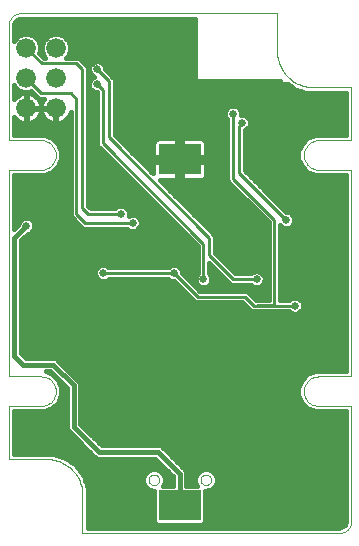
<source format=gbl>
G75*
G70*
%OFA0B0*%
%FSLAX24Y24*%
%IPPOS*%
%LPD*%
%AMOC8*
5,1,8,0,0,1.08239X$1,22.5*
%
%ADD10C,0.0000*%
%ADD11C,0.0660*%
%ADD12R,0.1417X0.1024*%
%ADD13C,0.0250*%
%ADD14C,0.0160*%
%ADD15C,0.0100*%
D10*
X002428Y003348D02*
X003708Y003348D01*
X003774Y003346D01*
X003840Y003341D01*
X003906Y003331D01*
X003971Y003318D01*
X004035Y003302D01*
X004098Y003282D01*
X004160Y003258D01*
X004220Y003231D01*
X004279Y003201D01*
X004336Y003167D01*
X004391Y003130D01*
X004444Y003090D01*
X004495Y003048D01*
X004543Y003002D01*
X004589Y002954D01*
X004631Y002903D01*
X004671Y002850D01*
X004708Y002795D01*
X004742Y002738D01*
X004772Y002679D01*
X004799Y002619D01*
X004823Y002557D01*
X004843Y002494D01*
X004859Y002430D01*
X004872Y002365D01*
X004882Y002299D01*
X004887Y002233D01*
X004889Y002167D01*
X004889Y000888D01*
X013452Y000888D01*
X013452Y000887D02*
X013491Y000889D01*
X013529Y000895D01*
X013566Y000904D01*
X013603Y000917D01*
X013638Y000934D01*
X013671Y000953D01*
X013702Y000976D01*
X013731Y001002D01*
X013757Y001031D01*
X013780Y001062D01*
X013799Y001095D01*
X013816Y001130D01*
X013829Y001167D01*
X013838Y001204D01*
X013844Y001242D01*
X013846Y001281D01*
X013845Y001281D02*
X013845Y005120D01*
X012763Y005120D01*
X012720Y005122D01*
X012678Y005127D01*
X012636Y005137D01*
X012595Y005150D01*
X012555Y005166D01*
X012517Y005186D01*
X012481Y005209D01*
X012447Y005235D01*
X012415Y005264D01*
X012386Y005296D01*
X012360Y005330D01*
X012337Y005366D01*
X012317Y005404D01*
X012301Y005444D01*
X012288Y005485D01*
X012278Y005527D01*
X012273Y005569D01*
X012271Y005612D01*
X012273Y005655D01*
X012278Y005697D01*
X012288Y005739D01*
X012301Y005780D01*
X012317Y005820D01*
X012337Y005858D01*
X012360Y005894D01*
X012386Y005928D01*
X012415Y005960D01*
X012447Y005989D01*
X012481Y006015D01*
X012517Y006038D01*
X012555Y006058D01*
X012595Y006074D01*
X012636Y006087D01*
X012678Y006097D01*
X012720Y006102D01*
X012763Y006104D01*
X013845Y006104D01*
X013845Y012994D01*
X012763Y012994D01*
X012720Y012996D01*
X012678Y013001D01*
X012636Y013011D01*
X012595Y013024D01*
X012555Y013040D01*
X012517Y013060D01*
X012481Y013083D01*
X012447Y013109D01*
X012415Y013138D01*
X012386Y013170D01*
X012360Y013204D01*
X012337Y013240D01*
X012317Y013278D01*
X012301Y013318D01*
X012288Y013359D01*
X012278Y013401D01*
X012273Y013443D01*
X012271Y013486D01*
X012273Y013529D01*
X012278Y013571D01*
X012288Y013613D01*
X012301Y013654D01*
X012317Y013694D01*
X012337Y013732D01*
X012360Y013768D01*
X012386Y013802D01*
X012415Y013834D01*
X012447Y013863D01*
X012481Y013889D01*
X012517Y013912D01*
X012555Y013932D01*
X012595Y013948D01*
X012636Y013961D01*
X012678Y013971D01*
X012720Y013976D01*
X012763Y013978D01*
X013845Y013978D01*
X013845Y015750D01*
X012566Y015750D01*
X012500Y015752D01*
X012434Y015757D01*
X012368Y015767D01*
X012303Y015780D01*
X012239Y015796D01*
X012176Y015816D01*
X012114Y015840D01*
X012054Y015867D01*
X011995Y015897D01*
X011938Y015931D01*
X011883Y015968D01*
X011830Y016008D01*
X011779Y016050D01*
X011731Y016096D01*
X011685Y016144D01*
X011643Y016195D01*
X011603Y016248D01*
X011566Y016303D01*
X011532Y016360D01*
X011502Y016419D01*
X011475Y016479D01*
X011451Y016541D01*
X011431Y016604D01*
X011415Y016668D01*
X011402Y016733D01*
X011392Y016799D01*
X011387Y016865D01*
X011385Y016931D01*
X011385Y018210D01*
X002822Y018210D01*
X002822Y018211D02*
X002783Y018209D01*
X002745Y018203D01*
X002708Y018194D01*
X002671Y018181D01*
X002636Y018164D01*
X002603Y018145D01*
X002572Y018122D01*
X002543Y018096D01*
X002517Y018067D01*
X002494Y018036D01*
X002475Y018003D01*
X002458Y017968D01*
X002445Y017931D01*
X002436Y017894D01*
X002430Y017856D01*
X002428Y017817D01*
X002428Y013978D01*
X003511Y013978D01*
X003554Y013976D01*
X003596Y013971D01*
X003638Y013961D01*
X003679Y013948D01*
X003719Y013932D01*
X003757Y013912D01*
X003793Y013889D01*
X003827Y013863D01*
X003859Y013834D01*
X003888Y013802D01*
X003914Y013768D01*
X003937Y013732D01*
X003957Y013694D01*
X003973Y013654D01*
X003986Y013613D01*
X003996Y013571D01*
X004001Y013529D01*
X004003Y013486D01*
X004001Y013443D01*
X003996Y013401D01*
X003986Y013359D01*
X003973Y013318D01*
X003957Y013278D01*
X003937Y013240D01*
X003914Y013204D01*
X003888Y013170D01*
X003859Y013138D01*
X003827Y013109D01*
X003793Y013083D01*
X003757Y013060D01*
X003719Y013040D01*
X003679Y013024D01*
X003638Y013011D01*
X003596Y013001D01*
X003554Y012996D01*
X003511Y012994D01*
X002428Y012994D01*
X002428Y006104D01*
X003511Y006104D01*
X003554Y006102D01*
X003596Y006097D01*
X003638Y006087D01*
X003679Y006074D01*
X003719Y006058D01*
X003757Y006038D01*
X003793Y006015D01*
X003827Y005989D01*
X003859Y005960D01*
X003888Y005928D01*
X003914Y005894D01*
X003937Y005858D01*
X003957Y005820D01*
X003973Y005780D01*
X003986Y005739D01*
X003996Y005697D01*
X004001Y005655D01*
X004003Y005612D01*
X004001Y005569D01*
X003996Y005527D01*
X003986Y005485D01*
X003973Y005444D01*
X003957Y005404D01*
X003937Y005366D01*
X003914Y005330D01*
X003888Y005296D01*
X003859Y005264D01*
X003827Y005235D01*
X003793Y005209D01*
X003757Y005186D01*
X003719Y005166D01*
X003679Y005150D01*
X003638Y005137D01*
X003596Y005127D01*
X003554Y005122D01*
X003511Y005120D01*
X002428Y005120D01*
X002428Y003348D01*
X007094Y002659D02*
X007096Y002685D01*
X007102Y002711D01*
X007112Y002736D01*
X007125Y002759D01*
X007141Y002779D01*
X007161Y002797D01*
X007183Y002812D01*
X007206Y002824D01*
X007232Y002832D01*
X007258Y002836D01*
X007284Y002836D01*
X007310Y002832D01*
X007336Y002824D01*
X007360Y002812D01*
X007381Y002797D01*
X007401Y002779D01*
X007417Y002759D01*
X007430Y002736D01*
X007440Y002711D01*
X007446Y002685D01*
X007448Y002659D01*
X007446Y002633D01*
X007440Y002607D01*
X007430Y002582D01*
X007417Y002559D01*
X007401Y002539D01*
X007381Y002521D01*
X007359Y002506D01*
X007336Y002494D01*
X007310Y002486D01*
X007284Y002482D01*
X007258Y002482D01*
X007232Y002486D01*
X007206Y002494D01*
X007182Y002506D01*
X007161Y002521D01*
X007141Y002539D01*
X007125Y002559D01*
X007112Y002582D01*
X007102Y002607D01*
X007096Y002633D01*
X007094Y002659D01*
X008826Y002659D02*
X008828Y002685D01*
X008834Y002711D01*
X008844Y002736D01*
X008857Y002759D01*
X008873Y002779D01*
X008893Y002797D01*
X008915Y002812D01*
X008938Y002824D01*
X008964Y002832D01*
X008990Y002836D01*
X009016Y002836D01*
X009042Y002832D01*
X009068Y002824D01*
X009092Y002812D01*
X009113Y002797D01*
X009133Y002779D01*
X009149Y002759D01*
X009162Y002736D01*
X009172Y002711D01*
X009178Y002685D01*
X009180Y002659D01*
X009178Y002633D01*
X009172Y002607D01*
X009162Y002582D01*
X009149Y002559D01*
X009133Y002539D01*
X009113Y002521D01*
X009091Y002506D01*
X009068Y002494D01*
X009042Y002486D01*
X009016Y002482D01*
X008990Y002482D01*
X008964Y002486D01*
X008938Y002494D01*
X008914Y002506D01*
X008893Y002521D01*
X008873Y002539D01*
X008857Y002559D01*
X008844Y002582D01*
X008834Y002607D01*
X008828Y002633D01*
X008826Y002659D01*
D11*
X004003Y015045D03*
X004003Y016045D03*
X004003Y017045D03*
X003019Y017045D03*
X003019Y016045D03*
X003019Y015045D03*
D12*
X008137Y013348D03*
X008137Y001813D03*
D13*
X009515Y002856D03*
X009908Y002856D03*
X010302Y002856D03*
X010302Y004825D03*
X009908Y004825D03*
X009515Y004825D03*
X011975Y006990D03*
X011975Y008466D03*
X010696Y009352D03*
X010893Y011124D03*
X011680Y011321D03*
X011975Y011911D03*
X011975Y012305D03*
X011975Y012699D03*
X011975Y013092D03*
X011975Y013486D03*
X011975Y013880D03*
X011975Y014273D03*
X011975Y014667D03*
X011975Y015061D03*
X011975Y015454D03*
X013058Y015356D03*
X013452Y015356D03*
X013452Y014962D03*
X013452Y014273D03*
X013452Y012699D03*
X013452Y009549D03*
X013452Y006399D03*
X013452Y004825D03*
X013452Y002069D03*
X013452Y001675D03*
X013452Y001281D03*
X013058Y001281D03*
X013058Y001675D03*
X012664Y001281D03*
X006759Y002856D03*
X006365Y002856D03*
X005971Y002856D03*
X005282Y001675D03*
X005282Y001281D03*
X005676Y001281D03*
X003215Y003742D03*
X002822Y003742D03*
X002822Y004136D03*
X002822Y004825D03*
X004200Y006596D03*
X003215Y006793D03*
X004889Y008565D03*
X005578Y009549D03*
X006168Y008565D03*
X007349Y010139D03*
X007940Y009549D03*
X007546Y009254D03*
X008924Y009352D03*
X009121Y011911D03*
X010204Y014569D03*
X009908Y014864D03*
X009712Y015454D03*
X009712Y015848D03*
X010105Y015848D03*
X010105Y015454D03*
X009318Y015454D03*
X009318Y015848D03*
X008924Y015848D03*
X008924Y015454D03*
X008530Y015454D03*
X008137Y015454D03*
X008137Y015848D03*
X008530Y015848D03*
X008530Y016242D03*
X008137Y016242D03*
X008137Y016636D03*
X008137Y017029D03*
X008530Y017029D03*
X008530Y016636D03*
X008530Y017423D03*
X008137Y017423D03*
X008137Y017817D03*
X008530Y017817D03*
X007743Y017817D03*
X007349Y017817D03*
X005381Y016340D03*
X005381Y015848D03*
X004790Y017817D03*
X004397Y017817D03*
X003215Y017817D03*
X002822Y017817D03*
X002822Y014273D03*
X002822Y012699D03*
X003019Y011124D03*
X004200Y010730D03*
X003019Y009352D03*
X005184Y012895D03*
X006168Y011517D03*
X006562Y011222D03*
X007152Y011911D03*
X007152Y013486D03*
X006759Y004825D03*
X006365Y004825D03*
X005971Y004825D03*
D14*
X005283Y004052D02*
X013665Y004052D01*
X013665Y003894D02*
X005441Y003894D01*
X005531Y003804D02*
X004813Y004522D01*
X004813Y005900D01*
X004124Y006589D01*
X003996Y006718D01*
X003011Y006718D01*
X002845Y006884D01*
X002845Y010639D01*
X003065Y010859D01*
X003071Y010859D01*
X003169Y010899D01*
X003243Y010974D01*
X003284Y011071D01*
X003284Y011176D01*
X003243Y011274D01*
X003169Y011348D01*
X003071Y011389D01*
X002966Y011389D01*
X002869Y011348D01*
X002794Y011274D01*
X002754Y011176D01*
X002754Y011170D01*
X002608Y011024D01*
X002608Y012814D01*
X003644Y012814D01*
X003891Y012916D01*
X003891Y012916D01*
X004081Y013105D01*
X004183Y013352D01*
X004183Y013620D01*
X004081Y013867D01*
X003891Y014056D01*
X003644Y014158D01*
X002608Y014158D01*
X002608Y014742D01*
X002630Y014713D01*
X002686Y014656D01*
X002751Y014609D01*
X002823Y014572D01*
X002899Y014548D01*
X002978Y014535D01*
X003000Y014535D01*
X003000Y015027D01*
X003037Y015027D01*
X003037Y015063D01*
X003493Y015063D01*
X003984Y015063D01*
X003984Y015027D01*
X003037Y015027D01*
X003037Y014535D01*
X003059Y014535D01*
X003138Y014548D01*
X003214Y014572D01*
X003286Y014609D01*
X003351Y014656D01*
X003408Y014713D01*
X003455Y014778D01*
X003491Y014849D01*
X003511Y014909D01*
X003530Y014849D01*
X003567Y014778D01*
X003614Y014713D01*
X003671Y014656D01*
X003736Y014609D01*
X003807Y014572D01*
X003883Y014548D01*
X003963Y014535D01*
X003984Y014535D01*
X003984Y015027D01*
X004021Y015027D01*
X004021Y014535D01*
X004043Y014535D01*
X004122Y014548D01*
X004199Y014572D01*
X004270Y014609D01*
X004335Y014656D01*
X004392Y014713D01*
X004439Y014778D01*
X004476Y014849D01*
X004500Y014926D01*
X004502Y014935D01*
X004502Y011439D01*
X004613Y011327D01*
X004908Y011032D01*
X006377Y011032D01*
X006412Y010998D01*
X006509Y010957D01*
X006615Y010957D01*
X006712Y010998D01*
X006787Y011072D01*
X006827Y011169D01*
X006827Y011275D01*
X006787Y011372D01*
X006712Y011447D01*
X006615Y011487D01*
X006509Y011487D01*
X006429Y011454D01*
X006433Y011465D01*
X006433Y011570D01*
X006393Y011668D01*
X006318Y011742D01*
X006221Y011782D01*
X006116Y011782D01*
X006018Y011742D01*
X005983Y011707D01*
X005164Y011707D01*
X005079Y011793D01*
X005079Y016419D01*
X004882Y016616D01*
X004771Y016727D01*
X004350Y016727D01*
X004401Y016779D01*
X004473Y016952D01*
X004473Y017139D01*
X004401Y017311D01*
X004269Y017443D01*
X004096Y017515D01*
X003909Y017515D01*
X003737Y017443D01*
X003604Y017311D01*
X003533Y017139D01*
X003533Y016952D01*
X003604Y016779D01*
X003656Y016727D01*
X003605Y016727D01*
X003457Y016875D01*
X003489Y016952D01*
X003489Y017139D01*
X003417Y017311D01*
X003285Y017443D01*
X003112Y017515D01*
X002925Y017515D01*
X002752Y017443D01*
X002620Y017311D01*
X002608Y017282D01*
X002608Y017817D01*
X002612Y017858D01*
X002644Y017935D01*
X002703Y017994D01*
X002780Y018026D01*
X002822Y018030D01*
X008647Y018030D01*
X008647Y016012D01*
X008694Y015965D01*
X011483Y015965D01*
X011483Y015848D01*
X011740Y015848D01*
X011940Y015703D01*
X011940Y015703D01*
X012350Y015570D01*
X013665Y015570D01*
X013665Y014158D01*
X012629Y014158D01*
X012382Y014056D01*
X012193Y013867D01*
X012193Y013867D01*
X012091Y013620D01*
X012091Y013352D01*
X012193Y013105D01*
X012382Y012916D01*
X012629Y012814D01*
X013665Y012814D01*
X013665Y006284D01*
X012629Y006284D01*
X012382Y006182D01*
X012193Y005993D01*
X012193Y005993D01*
X012091Y005746D01*
X012091Y005478D01*
X012193Y005231D01*
X012382Y005042D01*
X012629Y004940D01*
X013665Y004940D01*
X013665Y001281D01*
X013661Y001240D01*
X013629Y001163D01*
X013570Y001104D01*
X013493Y001072D01*
X013452Y001068D01*
X005069Y001068D01*
X005069Y002383D01*
X004935Y002793D01*
X004682Y003141D01*
X004682Y003141D01*
X004333Y003395D01*
X003923Y003528D01*
X002608Y003528D01*
X002608Y004940D01*
X003644Y004940D01*
X003891Y005042D01*
X003891Y005042D01*
X004081Y005231D01*
X004183Y005478D01*
X004183Y005746D01*
X004081Y005993D01*
X003891Y006182D01*
X003660Y006278D01*
X003813Y006278D01*
X004373Y005718D01*
X004373Y004340D01*
X004502Y004211D01*
X002608Y004211D01*
X002608Y004369D02*
X004373Y004369D01*
X004373Y004528D02*
X002608Y004528D01*
X002608Y004686D02*
X004373Y004686D01*
X004373Y004845D02*
X002608Y004845D01*
X002608Y004052D02*
X004661Y004052D01*
X004819Y003894D02*
X002608Y003894D01*
X002608Y003735D02*
X004978Y003735D01*
X005136Y003577D02*
X002608Y003577D01*
X003798Y005003D02*
X004373Y005003D01*
X004373Y005162D02*
X004011Y005162D01*
X004081Y005231D02*
X004081Y005231D01*
X004081Y005231D01*
X004118Y005320D02*
X004373Y005320D01*
X004373Y005479D02*
X004183Y005479D01*
X004183Y005637D02*
X004373Y005637D01*
X004295Y005796D02*
X004162Y005796D01*
X004137Y005954D02*
X004096Y005954D01*
X004081Y005993D02*
X004081Y005993D01*
X003978Y006113D02*
X003960Y006113D01*
X003891Y006182D02*
X003891Y006182D01*
X003820Y006271D02*
X003675Y006271D01*
X003904Y006498D02*
X002920Y006498D01*
X002625Y006793D01*
X002625Y010730D01*
X003019Y011124D01*
X003094Y010868D02*
X008321Y010868D01*
X008479Y010709D02*
X002915Y010709D01*
X002845Y010551D02*
X008638Y010551D01*
X008734Y010454D02*
X008734Y009537D01*
X008699Y009502D01*
X008659Y009405D01*
X008659Y009299D01*
X008699Y009202D01*
X008774Y009127D01*
X008871Y009087D01*
X008977Y009087D01*
X009074Y009127D01*
X009149Y009202D01*
X009189Y009299D01*
X009189Y009405D01*
X009149Y009502D01*
X009114Y009537D01*
X009114Y009878D01*
X009830Y009162D01*
X010511Y009162D01*
X010546Y009127D01*
X010643Y009087D01*
X010749Y009087D01*
X010846Y009127D01*
X010920Y009202D01*
X010961Y009299D01*
X010961Y009405D01*
X010920Y009502D01*
X010846Y009577D01*
X010749Y009617D01*
X010643Y009617D01*
X010546Y009577D01*
X010511Y009542D01*
X009987Y009542D01*
X009311Y010218D01*
X009311Y010809D01*
X007463Y012656D01*
X008057Y012656D01*
X008057Y013268D01*
X008217Y013268D01*
X008217Y013428D01*
X009025Y013428D01*
X009025Y013884D01*
X009013Y013929D01*
X008989Y013970D01*
X008956Y014004D01*
X008915Y014028D01*
X008869Y014040D01*
X008217Y014040D01*
X008217Y013428D01*
X008057Y013428D01*
X008057Y014040D01*
X007404Y014040D01*
X007359Y014028D01*
X007318Y014004D01*
X007284Y013970D01*
X007260Y013929D01*
X007248Y013884D01*
X007248Y013428D01*
X008057Y013428D01*
X008057Y013268D01*
X007248Y013268D01*
X007248Y012872D01*
X005965Y014155D01*
X005965Y016025D01*
X005646Y016344D01*
X005646Y016393D01*
X005605Y016490D01*
X005531Y016565D01*
X005434Y016605D01*
X005328Y016605D01*
X005231Y016565D01*
X005156Y016490D01*
X005116Y016393D01*
X005116Y016288D01*
X005156Y016190D01*
X005231Y016116D01*
X005282Y016094D01*
X005231Y016073D01*
X005156Y015998D01*
X005116Y015901D01*
X005116Y015795D01*
X005156Y015698D01*
X005231Y015624D01*
X005328Y015583D01*
X005377Y015583D01*
X005388Y015573D01*
X005388Y013801D01*
X005499Y013690D01*
X008734Y010454D01*
X008734Y010392D02*
X002845Y010392D01*
X002845Y010234D02*
X008734Y010234D01*
X008734Y010075D02*
X002845Y010075D01*
X002845Y009917D02*
X008734Y009917D01*
X008734Y009758D02*
X008105Y009758D01*
X008090Y009774D02*
X007993Y009814D01*
X007887Y009814D01*
X007790Y009774D01*
X007755Y009739D01*
X005762Y009739D01*
X005728Y009774D01*
X005630Y009814D01*
X005525Y009814D01*
X005428Y009774D01*
X005353Y009699D01*
X005313Y009602D01*
X005313Y009496D01*
X005353Y009399D01*
X005428Y009324D01*
X005525Y009284D01*
X005630Y009284D01*
X005728Y009324D01*
X005762Y009359D01*
X007755Y009359D01*
X007790Y009324D01*
X007887Y009284D01*
X007936Y009284D01*
X008649Y008572D01*
X010223Y008572D01*
X010519Y008276D01*
X011791Y008276D01*
X011825Y008242D01*
X011923Y008201D01*
X012028Y008201D01*
X012125Y008242D01*
X012200Y008316D01*
X012240Y008414D01*
X012240Y008519D01*
X012200Y008616D01*
X012125Y008691D01*
X012028Y008731D01*
X011923Y008731D01*
X011825Y008691D01*
X011791Y008656D01*
X011476Y008656D01*
X011476Y011150D01*
X011530Y011096D01*
X011627Y011056D01*
X011733Y011056D01*
X011830Y011096D01*
X011905Y011170D01*
X011945Y011268D01*
X011945Y011373D01*
X011905Y011471D01*
X011830Y011545D01*
X011733Y011586D01*
X011684Y011586D01*
X010295Y012974D01*
X010295Y014320D01*
X010354Y014344D01*
X010428Y014419D01*
X010469Y014516D01*
X010469Y014621D01*
X010428Y014719D01*
X010354Y014793D01*
X010256Y014834D01*
X010173Y014834D01*
X010173Y014917D01*
X010133Y015014D01*
X010059Y015089D01*
X009961Y015129D01*
X009856Y015129D01*
X009758Y015089D01*
X009684Y015014D01*
X009643Y014917D01*
X009643Y014811D01*
X009684Y014714D01*
X009718Y014679D01*
X009718Y012620D01*
X011096Y011242D01*
X011096Y008664D01*
X010668Y008664D01*
X010492Y008840D01*
X010381Y008952D01*
X008806Y008952D01*
X008205Y009553D01*
X008205Y009602D01*
X008165Y009699D01*
X008090Y009774D01*
X008205Y009600D02*
X008734Y009600D01*
X008674Y009441D02*
X008316Y009441D01*
X008475Y009283D02*
X008666Y009283D01*
X008633Y009124D02*
X008781Y009124D01*
X008792Y008966D02*
X011096Y008966D01*
X011096Y009124D02*
X010839Y009124D01*
X010954Y009283D02*
X011096Y009283D01*
X011096Y009441D02*
X010946Y009441D01*
X011096Y009600D02*
X010790Y009600D01*
X010602Y009600D02*
X009929Y009600D01*
X009771Y009758D02*
X011096Y009758D01*
X011096Y009917D02*
X009612Y009917D01*
X009454Y010075D02*
X011096Y010075D01*
X011096Y010234D02*
X009311Y010234D01*
X009311Y010392D02*
X011096Y010392D01*
X011096Y010551D02*
X009311Y010551D01*
X009311Y010709D02*
X011096Y010709D01*
X011096Y010868D02*
X009252Y010868D01*
X009093Y011026D02*
X011096Y011026D01*
X011096Y011185D02*
X008935Y011185D01*
X008776Y011343D02*
X010995Y011343D01*
X010836Y011502D02*
X008618Y011502D01*
X008459Y011660D02*
X010678Y011660D01*
X010519Y011819D02*
X008301Y011819D01*
X008142Y011977D02*
X010361Y011977D01*
X010202Y012136D02*
X007984Y012136D01*
X007825Y012294D02*
X010044Y012294D01*
X009885Y012453D02*
X007667Y012453D01*
X007508Y012611D02*
X009727Y012611D01*
X009718Y012770D02*
X009014Y012770D01*
X009013Y012767D02*
X009025Y012813D01*
X009025Y013268D01*
X008217Y013268D01*
X008217Y012656D01*
X008869Y012656D01*
X008915Y012669D01*
X008956Y012692D01*
X008989Y012726D01*
X009013Y012767D01*
X009025Y012928D02*
X009718Y012928D01*
X009718Y013087D02*
X009025Y013087D01*
X009025Y013245D02*
X009718Y013245D01*
X009718Y013404D02*
X008217Y013404D01*
X008217Y013562D02*
X008057Y013562D01*
X008057Y013404D02*
X006716Y013404D01*
X006557Y013562D02*
X007248Y013562D01*
X007248Y013721D02*
X006399Y013721D01*
X006240Y013879D02*
X007248Y013879D01*
X007397Y014038D02*
X006082Y014038D01*
X005965Y014196D02*
X009718Y014196D01*
X009718Y014038D02*
X008877Y014038D01*
X009025Y013879D02*
X009718Y013879D01*
X009718Y013721D02*
X009025Y013721D01*
X009025Y013562D02*
X009718Y013562D01*
X010295Y013562D02*
X012091Y013562D01*
X012091Y013404D02*
X010295Y013404D01*
X010295Y013245D02*
X012135Y013245D01*
X012193Y013105D02*
X012193Y013105D01*
X012211Y013087D02*
X010295Y013087D01*
X010341Y012928D02*
X012370Y012928D01*
X012382Y012916D02*
X012382Y012916D01*
X012133Y013721D02*
X010295Y013721D01*
X010295Y013879D02*
X012206Y013879D01*
X012364Y014038D02*
X010295Y014038D01*
X010295Y014196D02*
X013665Y014196D01*
X013665Y014355D02*
X010365Y014355D01*
X010468Y014513D02*
X013665Y014513D01*
X013665Y014672D02*
X010448Y014672D01*
X010264Y014830D02*
X013665Y014830D01*
X013665Y014989D02*
X010143Y014989D01*
X009718Y014672D02*
X005965Y014672D01*
X005965Y014830D02*
X009643Y014830D01*
X009673Y014989D02*
X005965Y014989D01*
X005965Y015147D02*
X013665Y015147D01*
X013665Y015306D02*
X005965Y015306D01*
X005965Y015464D02*
X013665Y015464D01*
X012382Y014056D02*
X012382Y014056D01*
X012187Y015623D02*
X005965Y015623D01*
X005965Y015781D02*
X011832Y015781D01*
X011483Y015940D02*
X005965Y015940D01*
X005891Y016098D02*
X008647Y016098D01*
X008647Y016257D02*
X005733Y016257D01*
X005637Y016415D02*
X008647Y016415D01*
X008647Y016574D02*
X005509Y016574D01*
X005252Y016574D02*
X004924Y016574D01*
X005079Y016415D02*
X005125Y016415D01*
X005129Y016257D02*
X005079Y016257D01*
X005079Y016098D02*
X005272Y016098D01*
X005132Y015940D02*
X005079Y015940D01*
X005079Y015781D02*
X005122Y015781D01*
X005079Y015623D02*
X005232Y015623D01*
X005079Y015464D02*
X005388Y015464D01*
X005388Y015306D02*
X005079Y015306D01*
X005079Y015147D02*
X005388Y015147D01*
X005388Y014989D02*
X005079Y014989D01*
X005079Y014830D02*
X005388Y014830D01*
X005388Y014672D02*
X005079Y014672D01*
X005079Y014513D02*
X005388Y014513D01*
X005388Y014355D02*
X005079Y014355D01*
X005079Y014196D02*
X005388Y014196D01*
X005388Y014038D02*
X005079Y014038D01*
X005079Y013879D02*
X005388Y013879D01*
X005468Y013721D02*
X005079Y013721D01*
X005079Y013562D02*
X005626Y013562D01*
X005785Y013404D02*
X005079Y013404D01*
X005079Y013245D02*
X005943Y013245D01*
X006102Y013087D02*
X005079Y013087D01*
X005079Y012928D02*
X006260Y012928D01*
X006419Y012770D02*
X005079Y012770D01*
X005079Y012611D02*
X006577Y012611D01*
X006736Y012453D02*
X005079Y012453D01*
X005079Y012294D02*
X006894Y012294D01*
X007053Y012136D02*
X005079Y012136D01*
X005079Y011977D02*
X007211Y011977D01*
X007370Y011819D02*
X005079Y011819D01*
X004502Y011819D02*
X002608Y011819D01*
X002608Y011977D02*
X004502Y011977D01*
X004502Y012136D02*
X002608Y012136D01*
X002608Y012294D02*
X004502Y012294D01*
X004502Y012453D02*
X002608Y012453D01*
X002608Y012611D02*
X004502Y012611D01*
X004502Y012770D02*
X002608Y012770D01*
X002608Y011660D02*
X004502Y011660D01*
X004502Y011502D02*
X002608Y011502D01*
X002608Y011343D02*
X002864Y011343D01*
X002757Y011185D02*
X002608Y011185D01*
X002608Y011026D02*
X002610Y011026D01*
X003174Y011343D02*
X004597Y011343D01*
X004756Y011185D02*
X003280Y011185D01*
X003265Y011026D02*
X006383Y011026D01*
X006433Y011502D02*
X007687Y011502D01*
X007845Y011343D02*
X006799Y011343D01*
X006827Y011185D02*
X008004Y011185D01*
X008162Y011026D02*
X006741Y011026D01*
X006396Y011660D02*
X007528Y011660D01*
X008057Y012770D02*
X008217Y012770D01*
X008217Y012928D02*
X008057Y012928D01*
X008057Y013087D02*
X008217Y013087D01*
X008217Y013245D02*
X008057Y013245D01*
X008057Y013721D02*
X008217Y013721D01*
X008217Y013879D02*
X008057Y013879D01*
X008057Y014038D02*
X008217Y014038D01*
X007248Y013245D02*
X006874Y013245D01*
X007033Y013087D02*
X007248Y013087D01*
X007248Y012928D02*
X007191Y012928D01*
X005965Y014355D02*
X009718Y014355D01*
X009718Y014513D02*
X005965Y014513D01*
X004502Y014513D02*
X002608Y014513D01*
X002608Y014355D02*
X004502Y014355D01*
X004502Y014196D02*
X002608Y014196D01*
X002608Y014672D02*
X002670Y014672D01*
X003000Y014672D02*
X003037Y014672D01*
X003037Y014830D02*
X003000Y014830D01*
X003000Y014989D02*
X003037Y014989D01*
X003037Y015063D02*
X003000Y015063D01*
X003000Y015555D01*
X002978Y015555D01*
X002899Y015542D01*
X002823Y015518D01*
X002751Y015481D01*
X002686Y015434D01*
X002630Y015377D01*
X002608Y015348D01*
X002608Y015808D01*
X002620Y015779D01*
X002752Y015647D01*
X002925Y015575D01*
X003112Y015575D01*
X003188Y015607D01*
X003432Y015363D01*
X003603Y015363D01*
X003567Y015312D01*
X003530Y015241D01*
X003511Y015181D01*
X003491Y015241D01*
X003455Y015312D01*
X003408Y015377D01*
X003351Y015434D01*
X003286Y015481D01*
X003214Y015518D01*
X003138Y015542D01*
X003059Y015555D01*
X003037Y015555D01*
X003037Y015063D01*
X003037Y015147D02*
X003000Y015147D01*
X003000Y015306D02*
X003037Y015306D01*
X003037Y015464D02*
X003000Y015464D01*
X002809Y015623D02*
X002608Y015623D01*
X002608Y015781D02*
X002619Y015781D01*
X002608Y015464D02*
X002728Y015464D01*
X003309Y015464D02*
X003330Y015464D01*
X003458Y015306D02*
X003563Y015306D01*
X003540Y014830D02*
X003482Y014830D01*
X003367Y014672D02*
X003655Y014672D01*
X003984Y014672D02*
X004021Y014672D01*
X004021Y014830D02*
X003984Y014830D01*
X003984Y014989D02*
X004021Y014989D01*
X004351Y014672D02*
X004502Y014672D01*
X004502Y014830D02*
X004466Y014830D01*
X004502Y014038D02*
X003909Y014038D01*
X003891Y014056D02*
X003891Y014056D01*
X004068Y013879D02*
X004502Y013879D01*
X004502Y013721D02*
X004141Y013721D01*
X004081Y013867D02*
X004081Y013867D01*
X004183Y013562D02*
X004502Y013562D01*
X004502Y013404D02*
X004183Y013404D01*
X004139Y013245D02*
X004502Y013245D01*
X004502Y013087D02*
X004062Y013087D01*
X004081Y013105D02*
X004081Y013105D01*
X003904Y012928D02*
X004502Y012928D01*
X005412Y009758D02*
X002845Y009758D01*
X002845Y009600D02*
X005313Y009600D01*
X005335Y009441D02*
X002845Y009441D01*
X002845Y009283D02*
X007937Y009283D01*
X008096Y009124D02*
X002845Y009124D01*
X002845Y008966D02*
X008254Y008966D01*
X008413Y008807D02*
X002845Y008807D01*
X002845Y008649D02*
X008571Y008649D01*
X009067Y009124D02*
X010553Y009124D01*
X010525Y008807D02*
X011096Y008807D01*
X011476Y008807D02*
X013665Y008807D01*
X013665Y008649D02*
X012167Y008649D01*
X012240Y008490D02*
X013665Y008490D01*
X013665Y008332D02*
X012207Y008332D01*
X011476Y008966D02*
X013665Y008966D01*
X013665Y009124D02*
X011476Y009124D01*
X011476Y009283D02*
X013665Y009283D01*
X013665Y009441D02*
X011476Y009441D01*
X011476Y009600D02*
X013665Y009600D01*
X013665Y009758D02*
X011476Y009758D01*
X011476Y009917D02*
X013665Y009917D01*
X013665Y010075D02*
X011476Y010075D01*
X011476Y010234D02*
X013665Y010234D01*
X013665Y010392D02*
X011476Y010392D01*
X011476Y010551D02*
X013665Y010551D01*
X013665Y010709D02*
X011476Y010709D01*
X011476Y010868D02*
X013665Y010868D01*
X013665Y011026D02*
X011476Y011026D01*
X011911Y011185D02*
X013665Y011185D01*
X013665Y011343D02*
X011945Y011343D01*
X011873Y011502D02*
X013665Y011502D01*
X013665Y011660D02*
X011609Y011660D01*
X011450Y011819D02*
X013665Y011819D01*
X013665Y011977D02*
X011292Y011977D01*
X011133Y012136D02*
X013665Y012136D01*
X013665Y012294D02*
X010975Y012294D01*
X010816Y012453D02*
X013665Y012453D01*
X013665Y012611D02*
X010658Y012611D01*
X010499Y012770D02*
X013665Y012770D01*
X013665Y008173D02*
X002845Y008173D01*
X002845Y008015D02*
X013665Y008015D01*
X013665Y007856D02*
X002845Y007856D01*
X002845Y007698D02*
X013665Y007698D01*
X013665Y007539D02*
X002845Y007539D01*
X002845Y007381D02*
X013665Y007381D01*
X013665Y007222D02*
X002845Y007222D01*
X002845Y007064D02*
X013665Y007064D01*
X013665Y006905D02*
X002845Y006905D01*
X002982Y006747D02*
X013665Y006747D01*
X013665Y006588D02*
X004125Y006588D01*
X004283Y006430D02*
X013665Y006430D01*
X012599Y006271D02*
X004442Y006271D01*
X004600Y006113D02*
X012313Y006113D01*
X012382Y006182D02*
X012382Y006182D01*
X012177Y005954D02*
X004759Y005954D01*
X004813Y005796D02*
X012111Y005796D01*
X012091Y005637D02*
X004813Y005637D01*
X004813Y005479D02*
X012091Y005479D01*
X012156Y005320D02*
X004813Y005320D01*
X004813Y005162D02*
X012262Y005162D01*
X012193Y005231D02*
X012193Y005231D01*
X012382Y005042D02*
X012382Y005042D01*
X012475Y005003D02*
X004813Y005003D01*
X004813Y004845D02*
X013665Y004845D01*
X013665Y004686D02*
X004813Y004686D01*
X004813Y004528D02*
X013665Y004528D01*
X013665Y004369D02*
X004966Y004369D01*
X005124Y004211D02*
X013665Y004211D01*
X013665Y003735D02*
X007568Y003735D01*
X007500Y003804D02*
X005531Y003804D01*
X005440Y003584D02*
X007408Y003584D01*
X008137Y002856D01*
X008137Y001813D01*
X008357Y002465D02*
X008357Y002947D01*
X008228Y003076D01*
X007500Y003804D01*
X007727Y003577D02*
X013665Y003577D01*
X013665Y003418D02*
X007885Y003418D01*
X008044Y003260D02*
X013665Y003260D01*
X013665Y003101D02*
X008202Y003101D01*
X008357Y002943D02*
X008782Y002943D01*
X008801Y002962D02*
X008700Y002862D01*
X008646Y002730D01*
X008646Y002588D01*
X008697Y002465D01*
X008357Y002465D01*
X008357Y002467D02*
X008696Y002467D01*
X008646Y002626D02*
X008357Y002626D01*
X008357Y002784D02*
X008668Y002784D01*
X008801Y002962D02*
X008932Y003016D01*
X009074Y003016D01*
X009205Y002962D01*
X009306Y002862D01*
X009360Y002730D01*
X009360Y002588D01*
X009306Y002457D01*
X009205Y002356D01*
X009074Y002302D01*
X008985Y002302D01*
X008985Y001243D01*
X008903Y001161D01*
X007370Y001161D01*
X007288Y001243D01*
X007288Y002302D01*
X007200Y002302D01*
X007068Y002356D01*
X006968Y002457D01*
X006913Y002588D01*
X006913Y002730D01*
X006968Y002862D01*
X007068Y002962D01*
X007200Y003016D01*
X007342Y003016D01*
X007473Y002962D01*
X007573Y002862D01*
X007628Y002730D01*
X007628Y002588D01*
X007577Y002465D01*
X007917Y002465D01*
X007917Y002765D01*
X007317Y003364D01*
X005349Y003364D01*
X005220Y003493D01*
X004502Y004211D01*
X004593Y004431D02*
X004593Y005809D01*
X003904Y006498D01*
X002845Y008332D02*
X010463Y008332D01*
X010304Y008490D02*
X002845Y008490D01*
X005743Y009758D02*
X007775Y009758D01*
X009114Y009758D02*
X009233Y009758D01*
X009114Y009600D02*
X009392Y009600D01*
X009550Y009441D02*
X009174Y009441D01*
X009182Y009283D02*
X009709Y009283D01*
X007422Y003260D02*
X004519Y003260D01*
X004711Y003101D02*
X007580Y003101D01*
X007492Y002943D02*
X007739Y002943D01*
X007605Y002784D02*
X007897Y002784D01*
X007917Y002626D02*
X007628Y002626D01*
X007578Y002467D02*
X007917Y002467D01*
X007288Y002150D02*
X005069Y002150D01*
X005069Y001992D02*
X007288Y001992D01*
X007288Y001833D02*
X005069Y001833D01*
X005069Y001675D02*
X007288Y001675D01*
X007288Y001516D02*
X005069Y001516D01*
X005069Y001358D02*
X007288Y001358D01*
X007332Y001199D02*
X005069Y001199D01*
X005069Y002309D02*
X007183Y002309D01*
X006963Y002467D02*
X005041Y002467D01*
X005069Y002383D02*
X005069Y002383D01*
X004990Y002626D02*
X006913Y002626D01*
X006936Y002784D02*
X004938Y002784D01*
X004826Y002943D02*
X007049Y002943D01*
X005440Y003584D02*
X004593Y004431D01*
X004261Y003418D02*
X005295Y003418D01*
X008942Y001199D02*
X013645Y001199D01*
X013665Y001358D02*
X008985Y001358D01*
X008985Y001516D02*
X013665Y001516D01*
X013665Y001675D02*
X008985Y001675D01*
X008985Y001833D02*
X013665Y001833D01*
X013665Y001992D02*
X008985Y001992D01*
X008985Y002150D02*
X013665Y002150D01*
X013665Y002309D02*
X009091Y002309D01*
X009310Y002467D02*
X013665Y002467D01*
X013665Y002626D02*
X009360Y002626D01*
X009338Y002784D02*
X013665Y002784D01*
X013665Y002943D02*
X009224Y002943D01*
X008647Y016732D02*
X004355Y016732D01*
X004448Y016891D02*
X008647Y016891D01*
X008647Y017049D02*
X004473Y017049D01*
X004444Y017208D02*
X008647Y017208D01*
X008647Y017366D02*
X004346Y017366D01*
X003660Y017366D02*
X003362Y017366D01*
X003460Y017208D02*
X003562Y017208D01*
X003533Y017049D02*
X003489Y017049D01*
X003464Y016891D02*
X003558Y016891D01*
X003600Y016732D02*
X003651Y016732D01*
X002675Y017366D02*
X002608Y017366D01*
X002608Y017525D02*
X008647Y017525D01*
X008647Y017683D02*
X002608Y017683D01*
X002611Y017842D02*
X008647Y017842D01*
X008647Y018000D02*
X002718Y018000D01*
D15*
X003019Y017045D02*
X003527Y016537D01*
X004692Y016537D01*
X004889Y016340D01*
X004889Y011714D01*
X005086Y011517D01*
X006168Y011517D01*
X006562Y011222D02*
X004987Y011222D01*
X004692Y011517D01*
X004692Y015356D01*
X004495Y015553D01*
X003511Y015553D01*
X003019Y016045D01*
X005381Y015848D02*
X005578Y015651D01*
X005578Y013880D01*
X008924Y010533D01*
X008924Y009352D01*
X008727Y008762D02*
X007940Y009549D01*
X005578Y009549D01*
X008727Y008762D02*
X010302Y008762D01*
X010597Y008466D01*
X010696Y008466D01*
X010704Y008474D01*
X011267Y008474D01*
X011286Y008494D01*
X011286Y011321D01*
X009908Y012699D01*
X009908Y014864D01*
X010204Y014569D02*
X010105Y014470D01*
X010105Y012895D01*
X011680Y011321D01*
X010696Y009352D02*
X009908Y009352D01*
X009121Y010139D01*
X009121Y010730D01*
X005775Y014077D01*
X005775Y015947D01*
X005381Y016340D01*
X010696Y008466D02*
X011975Y008466D01*
M02*

</source>
